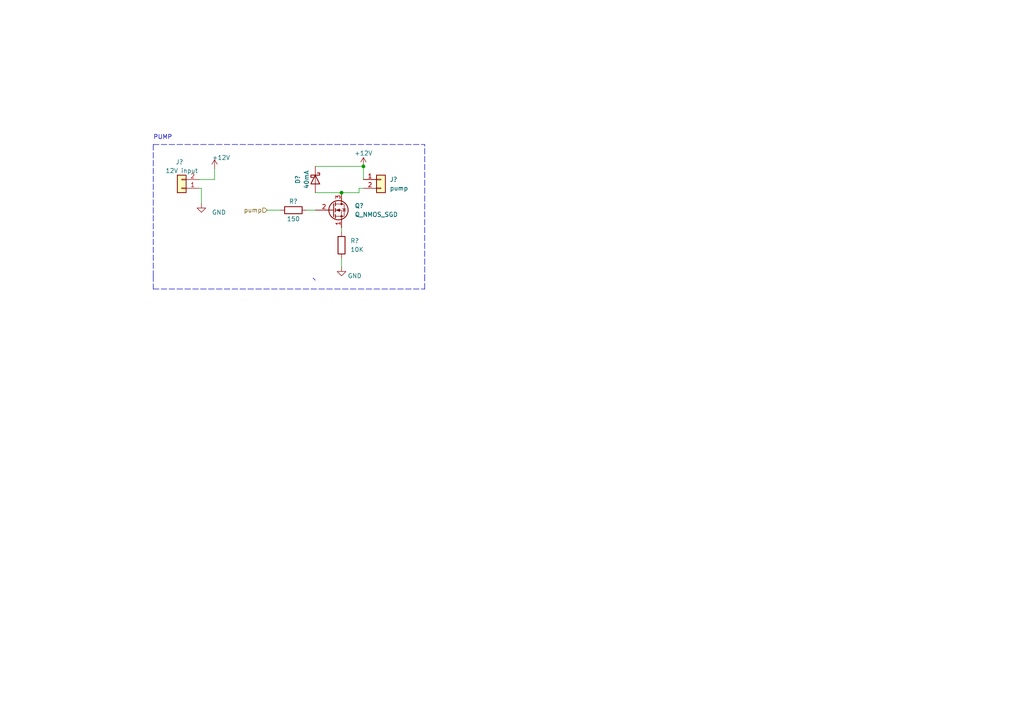
<source format=kicad_sch>
(kicad_sch (version 20211123) (generator eeschema)
  (paper "A4")
  (lib_symbols
    (symbol "Connector_Generic:Conn_01x02" (pin_names (offset 1.016) hide)
      (property "Reference" "J" (at 0 2.54 0))
      (property "Value" "Conn_01x02" (at 0 -5.08 0))
      (symbol "Conn_01x02_1_1"
        (rectangle (start -1.27 -2.413) (end 0 -2.667) (stroke (width 0.1524)))
        (rectangle (start -1.27 0.127) (end 0 -0.127) (stroke (width 0.1524)))
        (rectangle (start -1.27 1.27) (end 1.27 -3.81) (stroke (width 0.254)) (fill (type background)))
        (pin passive line (at -5.08 0 0) (length 3.81) (name "Pin_1") (number "1"))
        (pin passive line (at -5.08 -2.54 0) (length 3.81) (name "Pin_2") (number "2"))
      )
    )
    (symbol "Device:D_Schottky" (pin_numbers hide) (pin_names (offset 1.016) hide)
      (property "Reference" "D" (at 0 2.54 0))
      (property "Value" "D_Schottky" (at 0 -2.54 0))
      (symbol "D_Schottky_0_1"
        (polyline (pts (xy 1.27 0) (xy -1.27 0)))
        (polyline (pts (xy 1.27 1.27) (xy 1.27 -1.27) (xy -1.27 0) (xy 1.27 1.27)) (stroke (width 0.254)))
        (polyline (pts (xy -1.905 0.635) (xy -1.905 1.27) (xy -1.27 1.27) (xy -1.27 -1.27) (xy -0.635 -1.27) (xy -0.635 -0.635)) (stroke (width 0.254)))
      )
      (symbol "D_Schottky_1_1"
        (pin passive line (at -3.81 0 0) (length 2.54) (name "K") (number "1"))
        (pin passive line (at 3.81 0 180) (length 2.54) (name "A") (number "2"))
      )
    )
    (symbol "Device:Q_NMOS_SGD" (pin_names (offset 0) hide)
      (property "Reference" "Q" (at 5.08 1.27 0))
      (property "Value" "Q_NMOS_SGD" (at 5.08 -1.27 0))
      (symbol "Q_NMOS_SGD_0_1"
        (polyline (pts (xy 0.254 0) (xy -2.54 0)))
        (polyline (pts (xy 0.254 1.905) (xy 0.254 -1.905)) (stroke (width 0.254)))
        (polyline (pts (xy 0.762 -1.27) (xy 0.762 -2.286)) (stroke (width 0.254)))
        (polyline (pts (xy 0.762 0.508) (xy 0.762 -0.508)) (stroke (width 0.254)))
        (polyline (pts (xy 0.762 2.286) (xy 0.762 1.27)) (stroke (width 0.254)))
        (polyline (pts (xy 2.54 2.54) (xy 2.54 1.778)))
        (polyline (pts (xy 2.54 -2.54) (xy 2.54 0) (xy 0.762 0)))
        (polyline (pts (xy 0.762 -1.778) (xy 3.302 -1.778) (xy 3.302 1.778) (xy 0.762 1.778)))
        (polyline (pts (xy 1.016 0) (xy 2.032 0.381) (xy 2.032 -0.381) (xy 1.016 0)) (fill (type outline)))
        (polyline (pts (xy 2.794 0.508) (xy 2.921 0.381) (xy 3.683 0.381) (xy 3.81 0.254)))
        (polyline (pts (xy 3.302 0.381) (xy 2.921 -0.254) (xy 3.683 -0.254) (xy 3.302 0.381)))
        (circle (center 1.651 0) (radius 2.794) (stroke (width 0.254)))
        (circle (center 2.54 -1.778) (radius 0.254) (fill (type outline)))
        (circle (center 2.54 1.778) (radius 0.254) (fill (type outline)))
      )
      (symbol "Q_NMOS_SGD_1_1"
        (pin passive line (at 2.54 -5.08 90) (length 2.54) (name "S") (number "1"))
        (pin input line (at -5.08 0 0) (length 5.08) (name "G") (number "2"))
        (pin passive line (at 2.54 5.08 270) (length 2.54) (name "D") (number "3"))
      )
    )
    (symbol "Device:R" (pin_numbers hide) (pin_names (offset 0))
      (property "Reference" "R" (at 2.032 0 90))
      (property "Value" "R" (at 0 0 90))
      (symbol "R_0_1"
        (rectangle (start -1.016 -2.54) (end 1.016 2.54) (stroke (width 0.254)))
      )
      (symbol "R_1_1"
        (pin passive line (at 0 3.81 270) (length 1.27) (name "~") (number "1"))
        (pin passive line (at 0 -3.81 90) (length 1.27) (name "~") (number "2"))
      )
    )
    (symbol "power:+12V" (power) (pin_names (offset 0))
      (property "Value" "+12V" (at 0 3.556 0))
      (symbol "+12V_0_1"
        (polyline (pts (xy -0.762 1.27) (xy 0 2.54)))
        (polyline (pts (xy 0 0) (xy 0 2.54)))
        (polyline (pts (xy 0 2.54) (xy 0.762 1.27)))
      )
      (symbol "+12V_1_1"
        (pin power_in line (at 0 0 90) (length 0) hide (name "+12V") (number "1"))
      )
    )
    (symbol "power:GND" (power) (pin_names (offset 0))
      (property "Value" "GND" (at 0 -3.81 0))
      (symbol "GND_0_1"
        (polyline (pts (xy 0 0) (xy 0 -1.27) (xy 1.27 -1.27) (xy 0 -2.54) (xy -1.27 -1.27) (xy 0 -1.27)))
      )
      (symbol "GND_1_1"
        (pin power_in line (at 0 0 270) (length 0) hide (name "GND") (number "1"))
      )
    )
  )
  (junction (at 99.06 55.88))
  (junction (at 105.41 48.26))
  (wire (pts (xy 99.06 74.93) (xy 99.06 77.47)))
  (polyline (pts (xy 44.45 80.01) (xy 44.45 83.82)))
  (wire (pts (xy 104.14 55.88) (xy 99.06 55.88)))
  (wire (pts (xy 62.23 48.895) (xy 62.23 52.07)))
  (wire (pts (xy 77.47 60.96) (xy 81.28 60.96)))
  (wire (pts (xy 91.44 55.88) (xy 99.06 55.88)))
  (polyline (pts (xy 44.45 83.82) (xy 123.19 83.82)))
  (wire (pts (xy 58.42 54.61) (xy 57.785 54.61)))
  (wire (pts (xy 88.9 60.96) (xy 91.44 60.96)))
  (polyline (pts (xy 44.45 41.91) (xy 44.45 80.645)))
  (polyline (pts (xy 123.19 81.28) (xy 123.19 41.91)))
  (wire (pts (xy 105.41 48.26) (xy 105.41 52.07)))
  (wire (pts (xy 104.14 54.61) (xy 104.14 55.88)))
  (wire (pts (xy 58.42 59.055) (xy 58.42 54.61)))
  (polyline (pts (xy 123.19 83.82) (xy 123.19 80.01)))
  (polyline (pts (xy 44.45 41.91) (xy 123.19 41.91)))
  (wire (pts (xy 105.41 54.61) (xy 104.14 54.61)))
  (polyline (pts (xy 90.805 80.645) (xy 91.44 81.28)))
  (wire (pts (xy 91.44 48.26) (xy 105.41 48.26)))
  (wire (pts (xy 99.06 66.04) (xy 99.06 67.31)))
  (wire (pts (xy 62.23 52.07) (xy 57.785 52.07)))
  (text "PUMP\n" (at 44.45 40.64 0) (effects (font (size 1.27 1.27)) (justify left bottom)))
  (hierarchical_label "pump" (shape input) (at 77.47 60.96 180))
  (symbol (lib_id "Device:Q_NMOS_SGD") (at 96.52 60.96 0) (unit 1)
    (property "Reference" "Q?" (at 102.87 59.6899 0) (effects (justify left)))
    (property "Value" "Q_NMOS_SGD" (at 102.87 62.2299 0) (effects (justify left)))
  )
  (symbol (lib_id "Connector_Generic:Conn_01x02") (at 110.49 52.07 0) (unit 1)
    (property "Reference" "J?" (at 113.03 52.0699 0) (effects (justify left)))
    (property "Value" "pump" (at 113.03 54.6099 0) (effects (justify left)))
    (property "Footprint" "Connector_PinHeader_2.54mm:PinHeader_1x02_P2.54mm_Vertical" (effects hide))
  )
  (symbol (lib_id "power:GND") (at 99.06 77.47 0) (unit 1)
    (property "Reference" "#PWR?" (effects hide))
    (property "Value" "GND" (at 102.87 80.01 0))
  )
  (symbol (lib_id "Device:R") (at 85.09 60.96 90) (unit 1)
    (property "Reference" "R?" (at 85.09 58.42 90))
    (property "Value" "150" (at 85.09 63.5 90))
    (property "Footprint" "Resistor_SMD:R_0603_1608Metric" (effects hide))
  )
  (symbol (lib_id "power:GND") (at 58.42 59.055 0) (unit 1)
    (property "Reference" "#PWR?" (effects hide))
    (property "Value" "GND" (at 63.5 61.595 0))
  )
  (symbol (lib_id "power:+12V") (at 105.41 48.26 0) (unit 1)
    (property "Reference" "#PWR?" (effects hide))
    (property "Value" "+12V" (at 105.41 44.45 0))
  )
  (symbol (lib_id "power:+12V") (at 62.23 48.895 0) (unit 1)
    (property "Reference" "#PWR?" (effects hide))
    (property "Value" "+12V" (at 64.135 45.72 0))
  )
  (symbol (lib_id "Device:R") (at 99.06 71.12 0) (unit 1)
    (property "Reference" "R?" (at 101.6 69.8499 0) (effects (justify left)))
    (property "Value" "10K" (at 101.6 72.3899 0) (effects (justify left)))
    (property "Footprint" "Resistor_SMD:R_0603_1608Metric" (effects hide))
  )
  (symbol (lib_id "Device:D_Schottky") (at 91.44 52.07 270) (unit 1)
    (property "Reference" "D?" (at 86.36 52.07 0))
    (property "Value" "40mA" (at 88.9 52.07 0))
    (property "Footprint" "Diode_SMD:D_1206_3216Metric" (effects hide))
  )
  (symbol (lib_id "Connector_Generic:Conn_01x02") (at 52.705 54.61 180) (unit 1)
    (property "Reference" "J?" (at 52.07 46.99 0))
    (property "Value" "12V input" (at 52.705 49.53 0))
    (property "Footprint" "Connector_PinHeader_2.54mm:PinHeader_1x02_P2.54mm_Vertical" (effects hide))
  )
)
</source>
